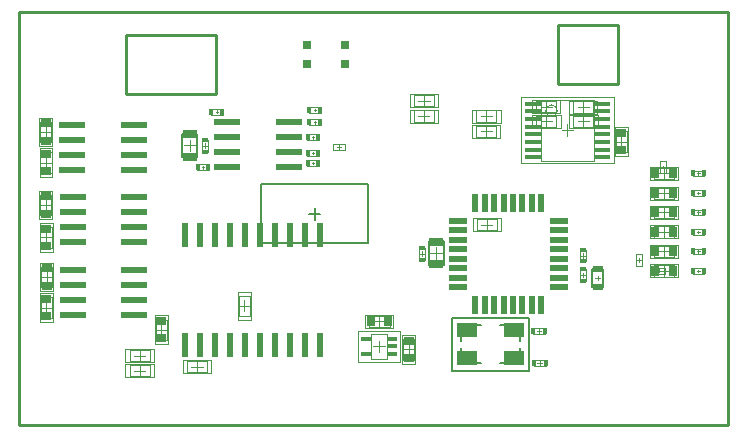
<source format=gtp>
G04*
G04 #@! TF.GenerationSoftware,Altium Limited,Altium Designer,18.0.12 (696)*
G04*
G04 Layer_Color=0*
%FSLAX44Y44*%
%MOMM*%
G71*
G01*
G75*
%ADD14C,0.2540*%
%ADD15C,0.2000*%
%ADD19C,0.1270*%
%ADD20C,0.1000*%
%ADD21C,0.0500*%
%ADD22R,1.3000X0.8000*%
%ADD23R,0.6000X0.4500*%
%ADD24R,0.4000X0.6000*%
%ADD25R,1.8000X1.2000*%
%ADD26R,2.2000X0.6000*%
%ADD27R,0.7000X0.9000*%
%ADD28R,1.5000X0.5500*%
%ADD29R,0.5500X1.5000*%
%ADD30R,0.9000X0.5000*%
%ADD31R,0.4500X0.6000*%
%ADD32R,0.9000X0.8000*%
%ADD33R,0.8000X0.9000*%
%ADD34R,0.9000X0.7000*%
%ADD35R,0.8500X0.4000*%
%ADD36R,1.4000X0.4500*%
%ADD37R,0.7000X0.7500*%
%ADD38R,0.6000X2.0000*%
G36*
X233180Y253840D02*
X222198D01*
Y258759D01*
X233180D01*
Y253840D01*
D02*
G37*
G36*
X182180D02*
X171085D01*
Y258806D01*
X182180D01*
Y253840D01*
D02*
G37*
G36*
X101704Y251804D02*
X90722D01*
Y256723D01*
X101704D01*
Y251804D01*
D02*
G37*
G36*
X50704D02*
X39609D01*
Y256770D01*
X50704D01*
Y251804D01*
D02*
G37*
G36*
X233180Y241140D02*
X222216D01*
Y246056D01*
X233180D01*
Y241140D01*
D02*
G37*
G36*
X182180D02*
X171096D01*
Y246064D01*
X182180D01*
Y241140D01*
D02*
G37*
G36*
X101704Y239104D02*
X90740D01*
Y244020D01*
X101704D01*
Y239104D01*
D02*
G37*
G36*
X50704D02*
X39620D01*
Y244028D01*
X50704D01*
Y239104D01*
D02*
G37*
G36*
X233180Y228440D02*
X222227D01*
Y233331D01*
X233180D01*
Y228440D01*
D02*
G37*
G36*
X182180D02*
X171150D01*
Y233336D01*
X182180D01*
Y228440D01*
D02*
G37*
G36*
X101704Y226404D02*
X90751D01*
Y231295D01*
X101704D01*
Y226404D01*
D02*
G37*
G36*
X50704D02*
X39674D01*
Y231300D01*
X50704D01*
Y226404D01*
D02*
G37*
G36*
X233180Y215740D02*
X222219D01*
Y220607D01*
X233180D01*
Y215740D01*
D02*
G37*
G36*
X182180D02*
X171150D01*
Y220624D01*
X182180D01*
Y215740D01*
D02*
G37*
G36*
X101704Y213704D02*
X90743D01*
Y218571D01*
X101704D01*
Y213704D01*
D02*
G37*
G36*
X50704D02*
X39674D01*
Y218588D01*
X50704D01*
Y213704D01*
D02*
G37*
G36*
X102212Y190336D02*
X91230D01*
Y195255D01*
X102212D01*
Y190336D01*
D02*
G37*
G36*
X51212D02*
X40117D01*
Y195302D01*
X51212D01*
Y190336D01*
D02*
G37*
G36*
X102212Y177636D02*
X91248D01*
Y182552D01*
X102212D01*
Y177636D01*
D02*
G37*
G36*
X51212D02*
X40128D01*
Y182560D01*
X51212D01*
Y177636D01*
D02*
G37*
G36*
X102212Y164936D02*
X91259D01*
Y169827D01*
X102212D01*
Y164936D01*
D02*
G37*
G36*
X51212D02*
X40182D01*
Y169832D01*
X51212D01*
Y164936D01*
D02*
G37*
G36*
X102212Y152236D02*
X91251D01*
Y157103D01*
X102212D01*
Y152236D01*
D02*
G37*
G36*
X51212D02*
X40182D01*
Y157120D01*
X51212D01*
Y152236D01*
D02*
G37*
G36*
X102356Y129204D02*
X91374D01*
Y134123D01*
X102356D01*
Y129204D01*
D02*
G37*
G36*
X51356D02*
X40261D01*
Y134170D01*
X51356D01*
Y129204D01*
D02*
G37*
G36*
X102356Y116504D02*
X91392D01*
Y121420D01*
X102356D01*
Y116504D01*
D02*
G37*
G36*
X51356D02*
X40272D01*
Y121428D01*
X51356D01*
Y116504D01*
D02*
G37*
G36*
X102356Y103804D02*
X91403D01*
Y108695D01*
X102356D01*
Y103804D01*
D02*
G37*
G36*
X51356D02*
X40326D01*
Y108700D01*
X51356D01*
Y103804D01*
D02*
G37*
G36*
X102356Y91104D02*
X91395D01*
Y95971D01*
X102356D01*
Y91104D01*
D02*
G37*
G36*
X51356D02*
X40326D01*
Y95988D01*
X51356D01*
Y91104D01*
D02*
G37*
D14*
X166190Y280468D02*
Y330252D01*
X89990D02*
X166190D01*
X89990Y280468D02*
Y330252D01*
Y280468D02*
X166190D01*
X455930Y338836D02*
X506730D01*
Y289052D02*
Y338836D01*
X455930Y289052D02*
X506730D01*
X455930D02*
Y338836D01*
X0Y0D02*
X600000D01*
X0D02*
Y350000D01*
X600000D01*
Y0D02*
Y350000D01*
D15*
X346810Y135796D02*
X359310D01*
Y155796D01*
X346810D02*
X359310D01*
X346810Y135796D02*
Y155796D01*
X205000Y153900D02*
X225000D01*
X205000D02*
Y203900D01*
X295000D01*
Y153900D02*
Y203900D01*
X225000Y153900D02*
X295000D01*
X150522Y226728D02*
Y246728D01*
X138022Y226728D02*
X150522D01*
X138022D02*
Y246728D01*
X150522D01*
X485307Y116710D02*
X493807D01*
Y132210D01*
X485307D02*
X493807D01*
X485307Y116710D02*
Y132210D01*
X250000Y173900D02*
Y183900D01*
Y178900D02*
Y183900D01*
X245000Y178900D02*
X250000D01*
X245000D02*
X255000D01*
D19*
X423780Y55580D02*
G03*
X420780Y52580I0J-3000D01*
G01*
X376780D02*
G03*
X373780Y55580I-3000J0D01*
G01*
X420780Y84580D02*
G03*
X423780Y81580I3000J0D01*
G01*
X373780D02*
G03*
X376780Y84580I0J3000D01*
G01*
X366280Y46080D02*
Y91080D01*
X431280D01*
Y46080D02*
Y91080D01*
X366280Y46080D02*
X431280D01*
X423780Y55580D02*
Y65580D01*
X406780Y52580D02*
X420780D01*
X376780D02*
X390780D01*
X373780Y55580D02*
Y65580D01*
X423780Y71580D02*
Y81580D01*
X406780Y84580D02*
X420780D01*
X376780D02*
X390780D01*
X373780Y71580D02*
Y81580D01*
D20*
X455602Y266004D02*
G03*
X455602Y266004I-5000J0D01*
G01*
X338368Y140034D02*
X343368D01*
Y150034D01*
X338368D02*
X343368D01*
X338368Y140034D02*
Y150034D01*
X265764Y237958D02*
X275764D01*
X265764Y232958D02*
Y237958D01*
Y232958D02*
X275764D01*
Y237958D01*
X141618Y44780D02*
Y54280D01*
X159118Y44780D02*
Y54280D01*
X141618Y44780D02*
X159118D01*
X141618Y54280D02*
X159118D01*
X185750Y92518D02*
X195250D01*
X185750Y109518D02*
X195250D01*
Y92518D02*
Y109518D01*
X185750Y92518D02*
Y109518D01*
X522010Y134700D02*
X527010D01*
X522010D02*
Y144700D01*
X527010D01*
Y134700D02*
Y144700D01*
X536274Y128310D02*
Y133310D01*
X546274D01*
Y128310D02*
Y133310D01*
X536274Y128310D02*
X546274D01*
X542850Y213440D02*
X547850D01*
X542850D02*
Y223440D01*
X547850D01*
Y213440D02*
Y223440D01*
X387232Y164749D02*
Y174249D01*
X404232Y164749D02*
Y174249D01*
X387232Y164749D02*
X404232D01*
X387232Y174249D02*
X404232D01*
X245190Y264200D02*
Y269200D01*
Y264200D02*
X255190D01*
Y269200D01*
X245190D02*
X255190D01*
Y253790D02*
Y258790D01*
X245190D02*
X255190D01*
X245190Y253790D02*
Y258790D01*
Y253790D02*
X255190D01*
X253666Y241086D02*
Y246086D01*
X243666D02*
X253666D01*
X243666Y241086D02*
Y246086D01*
Y241086D02*
X253666D01*
Y227878D02*
Y232878D01*
X243666D02*
X253666D01*
X243666Y227878D02*
Y232878D01*
Y227878D02*
X253666D01*
X243666Y219496D02*
Y224496D01*
Y219496D02*
X253666D01*
Y224496D01*
X243666D02*
X253666D01*
X159868Y231474D02*
Y241474D01*
X154868Y231474D02*
X159868D01*
X154868D02*
Y241474D01*
X159868D01*
X150496Y215690D02*
X160496D01*
X150496D02*
Y220690D01*
X160496D01*
Y215690D02*
Y220690D01*
X162132Y267930D02*
X172132D01*
Y262930D02*
Y267930D01*
X162132Y262930D02*
X172132D01*
X162132D02*
Y267930D01*
X569980Y166000D02*
X579980D01*
Y161000D02*
Y166000D01*
X569980Y161000D02*
X579980D01*
X569980D02*
Y166000D01*
Y149490D02*
X579980D01*
Y144490D02*
Y149490D01*
X569980Y144490D02*
X579980D01*
X569980D02*
Y149490D01*
Y132980D02*
X579980D01*
Y127980D02*
Y132980D01*
X569980Y127980D02*
X579980D01*
X569980D02*
Y132980D01*
Y215530D02*
X579980D01*
Y210530D02*
Y215530D01*
X569980Y210530D02*
X579980D01*
X569980D02*
Y215530D01*
Y198870D02*
X579980D01*
Y193870D02*
Y198870D01*
X569980Y193870D02*
X579980D01*
X569980D02*
Y198870D01*
Y182510D02*
X579980D01*
Y177510D02*
Y182510D01*
X569980Y177510D02*
X579980D01*
X569980D02*
Y182510D01*
X537150Y168250D02*
X554150D01*
X537150Y158750D02*
X554150D01*
X537150D02*
Y168250D01*
X554150Y158750D02*
Y168250D01*
X537150Y151740D02*
X554150D01*
X537150Y142240D02*
X554150D01*
X537150D02*
Y151740D01*
X554150Y142240D02*
Y151740D01*
X537150Y135230D02*
X554150D01*
X537150Y125730D02*
X554150D01*
X537150D02*
Y135230D01*
X554150Y125730D02*
Y135230D01*
X537150Y217780D02*
X554150D01*
X537150Y208280D02*
X554150D01*
X537150D02*
Y217780D01*
X554150Y208280D02*
Y217780D01*
X537150Y201120D02*
X554150D01*
X537150Y191620D02*
X554150D01*
X537150D02*
Y201120D01*
X554150Y191620D02*
Y201120D01*
X537150Y184760D02*
X554150D01*
X537150Y175260D02*
X554150D01*
X537150D02*
Y184760D01*
X554150Y175260D02*
Y184760D01*
X475020Y122000D02*
Y132000D01*
X480020D01*
Y122000D02*
Y132000D01*
X475020Y122000D02*
X480020D01*
X474436Y138510D02*
Y148510D01*
X479436D01*
Y138510D02*
Y148510D01*
X474436Y138510D02*
X479436D01*
X434968Y77510D02*
X444968D01*
X434968D02*
Y82510D01*
X444968D01*
Y77510D02*
Y82510D01*
X435690Y50284D02*
X445690D01*
X435690D02*
Y55284D01*
X445690D01*
Y50284D02*
Y55284D01*
X468871Y273990D02*
X485872D01*
X468871Y264490D02*
X485872D01*
Y273990D01*
X468871Y264490D02*
Y273990D01*
X437646Y274244D02*
X454646D01*
X437646Y264744D02*
X454646D01*
Y274244D01*
X437646Y264744D02*
Y274244D01*
X437724Y261939D02*
X454724D01*
X437724Y252439D02*
X454724D01*
Y261939D01*
X437724Y252439D02*
Y261939D01*
X486063Y252298D02*
Y261798D01*
X469063Y252298D02*
Y261798D01*
X486063D01*
X469063Y252298D02*
X486063D01*
X386978Y266370D02*
X403978D01*
X386978Y256870D02*
X403978D01*
Y266370D01*
X386978Y256870D02*
Y266370D01*
X386822Y253550D02*
X403822D01*
X386822Y244050D02*
X403822D01*
Y253550D01*
X386822Y244050D02*
Y253550D01*
X334146Y269824D02*
X351146D01*
X334146Y279324D02*
X351146D01*
X334146Y269824D02*
Y279324D01*
X351146Y269824D02*
Y279324D01*
X333892Y256870D02*
X350892D01*
X333892Y266370D02*
X350892D01*
X333892Y256870D02*
Y266370D01*
X350892Y256870D02*
Y266370D01*
X17856Y213446D02*
Y230946D01*
X27356Y213446D02*
Y230946D01*
X17856Y213446D02*
X27356D01*
X17856Y230946D02*
X27356D01*
X296050Y92634D02*
X313550D01*
X296050Y83134D02*
X313550D01*
X296050D02*
Y92634D01*
X313550Y83134D02*
Y92634D01*
X324942Y55508D02*
Y72508D01*
X334442Y55508D02*
Y72508D01*
X324942Y55508D02*
X334442D01*
X324942Y72508D02*
X334442D01*
X311546Y55798D02*
Y77298D01*
X297546Y55798D02*
Y77298D01*
Y55798D02*
X311546D01*
X297546Y77298D02*
X311546D01*
X125146Y72367D02*
Y89367D01*
X115646Y72367D02*
Y89367D01*
X125146D01*
X115646Y72367D02*
X125146D01*
X514394Y231258D02*
Y248758D01*
X504893Y231258D02*
Y248758D01*
X514394D01*
X504893Y231258D02*
X514394D01*
X441602Y224004D02*
Y275004D01*
X486601Y224004D02*
Y275004D01*
X441602D02*
X486601D01*
X441602Y224004D02*
X486601D01*
X110354Y41462D02*
Y50962D01*
X93354Y41462D02*
Y50962D01*
X110354D01*
X93354Y41462D02*
X110354D01*
Y53924D02*
Y63424D01*
X93354Y53924D02*
Y63424D01*
X110354D01*
X93354Y53924D02*
X110354D01*
X18230Y108176D02*
X27730D01*
X18230Y90676D02*
X27730D01*
Y108176D01*
X18230Y90676D02*
Y108176D01*
X17900Y167714D02*
X27400D01*
X17900Y150214D02*
X27400D01*
Y167714D01*
X17900Y150214D02*
Y167714D01*
X17653Y256496D02*
X27153D01*
X17653Y239496D02*
X27153D01*
Y256496D01*
X17653Y239496D02*
Y256496D01*
X17448Y177629D02*
Y194629D01*
X26948Y177629D02*
Y194629D01*
X17448Y177629D02*
X26948D01*
X17448Y194629D02*
X26948D01*
X18409Y116976D02*
Y133976D01*
X27909Y116976D02*
Y133976D01*
X18409Y116976D02*
X27909D01*
X18409Y133976D02*
X27909D01*
X348060Y145796D02*
X358060D01*
X353060Y140796D02*
Y150796D01*
X340868Y143034D02*
Y147034D01*
X338868Y145034D02*
X342868D01*
X270764Y233458D02*
Y237458D01*
X268764Y235458D02*
X272764D01*
X138368Y44030D02*
Y55030D01*
X162368Y44030D02*
Y55030D01*
X138368Y44030D02*
X162368D01*
X138368Y55030D02*
X162368D01*
X145618Y49530D02*
X155118D01*
X150368Y44780D02*
Y54280D01*
X185000Y89018D02*
X196000D01*
X185000Y113018D02*
X196000D01*
Y89018D02*
Y113018D01*
X185000Y89018D02*
Y113018D01*
X190500Y96268D02*
Y105768D01*
X185750Y101018D02*
X195250D01*
X524510Y137700D02*
Y141700D01*
X522510Y139700D02*
X526510D01*
X383732Y163999D02*
Y174999D01*
X407732Y163999D02*
Y174999D01*
X383732Y163999D02*
X407732D01*
X383732Y174999D02*
X407732D01*
X390982Y169499D02*
X400482D01*
X395732Y164749D02*
Y174249D01*
X155368Y236474D02*
X159368D01*
X157368Y234474D02*
Y238474D01*
X144272Y231728D02*
Y241728D01*
X139272Y236728D02*
X149272D01*
X545650Y158750D02*
Y168250D01*
X540900Y163500D02*
X550400D01*
X533650Y169000D02*
X557650D01*
X533650Y158000D02*
X557650D01*
X533650D02*
Y169000D01*
X557650Y158000D02*
Y169000D01*
X545650Y142240D02*
Y151740D01*
X540900Y146990D02*
X550400D01*
X533650Y152490D02*
X557650D01*
X533650Y141490D02*
X557650D01*
X533650D02*
Y152490D01*
X557650Y141490D02*
Y152490D01*
X545650Y125730D02*
Y135230D01*
X540900Y130480D02*
X550400D01*
X533650Y135980D02*
X557650D01*
X533650Y124980D02*
X557650D01*
X533650D02*
Y135980D01*
X557650Y124980D02*
Y135980D01*
X545650Y208280D02*
Y217780D01*
X540900Y213030D02*
X550400D01*
X533650Y218530D02*
X557650D01*
X533650Y207530D02*
X557650D01*
X533650D02*
Y218530D01*
X557650Y207530D02*
Y218530D01*
X545650Y191620D02*
Y201120D01*
X540900Y196370D02*
X550400D01*
X533650Y201870D02*
X557650D01*
X533650Y190870D02*
X557650D01*
X533650D02*
Y201870D01*
X557650Y190870D02*
Y201870D01*
X545650Y175260D02*
Y184760D01*
X540900Y180010D02*
X550400D01*
X533650Y185510D02*
X557650D01*
X533650Y174510D02*
X557650D01*
X533650D02*
Y185510D01*
X557650Y174510D02*
Y185510D01*
X489557Y122460D02*
Y126460D01*
X487557Y124460D02*
X491557D01*
X475520Y127000D02*
X479520D01*
X477520Y125000D02*
Y129000D01*
X474936Y143510D02*
X478936D01*
X476936Y141510D02*
Y145510D01*
X439968Y78010D02*
Y82010D01*
X437968Y80010D02*
X441968D01*
X440690Y50784D02*
Y54784D01*
X438690Y52784D02*
X442690D01*
X477371Y264490D02*
Y273990D01*
X472621Y269240D02*
X482122D01*
X465372Y274740D02*
X489371D01*
X465372Y263740D02*
X489371D01*
Y274740D01*
X465372Y263740D02*
Y274740D01*
X446147Y264744D02*
Y274244D01*
X441397Y269494D02*
X450896D01*
X434147Y274994D02*
X458147D01*
X434147Y263994D02*
X458147D01*
Y274994D01*
X434147Y263994D02*
Y274994D01*
X446224Y252439D02*
Y261939D01*
X441474Y257189D02*
X450974D01*
X434224Y262689D02*
X458224D01*
X434224Y251689D02*
X458224D01*
Y262689D01*
X434224Y251689D02*
Y262689D01*
X489563Y251548D02*
Y262548D01*
X465564Y251548D02*
Y262548D01*
X489563D01*
X465564Y251548D02*
X489563D01*
X472813Y257048D02*
X482313D01*
X477564Y252298D02*
Y261798D01*
X395478Y256870D02*
Y266370D01*
X390728Y261620D02*
X400228D01*
X383478Y267120D02*
X407478D01*
X383478Y256120D02*
X407478D01*
Y267120D01*
X383478Y256120D02*
Y267120D01*
X395322Y244050D02*
Y253550D01*
X390572Y248800D02*
X400072D01*
X383322Y254300D02*
X407322D01*
X383322Y243300D02*
X407322D01*
Y254300D01*
X383322Y243300D02*
Y254300D01*
X342646Y269824D02*
Y279324D01*
X337896Y274574D02*
X347396D01*
X330646Y269074D02*
X354646D01*
X330646Y280074D02*
X354646D01*
X330646Y269074D02*
Y280074D01*
X354646Y269074D02*
Y280074D01*
X342392Y256870D02*
Y266370D01*
X337642Y261620D02*
X347142D01*
X330392Y256120D02*
X354392D01*
X330392Y267120D02*
X354392D01*
X330392Y256120D02*
Y267120D01*
X354392Y256120D02*
Y267120D01*
X17856Y222196D02*
X27356D01*
X22606Y217446D02*
Y226946D01*
X17106Y210196D02*
Y234196D01*
X28106Y210196D02*
Y234196D01*
X17106Y210196D02*
X28106D01*
X17106Y234196D02*
X28106D01*
X304800Y83134D02*
Y92634D01*
X300050Y87884D02*
X309550D01*
X292800Y93384D02*
X316800D01*
X292800Y82384D02*
X316800D01*
X292800D02*
Y93384D01*
X316800Y82384D02*
Y93384D01*
X324942Y64008D02*
X334442D01*
X329692Y59258D02*
Y68758D01*
X324192Y52008D02*
Y76008D01*
X335192Y52008D02*
Y76008D01*
X324192Y52008D02*
X335192D01*
X324192Y76008D02*
X335192D01*
X299546Y66548D02*
X309546D01*
X304546Y61548D02*
Y71548D01*
X115646Y80867D02*
X125146D01*
X120396Y76117D02*
Y85617D01*
X125896Y68867D02*
Y92867D01*
X114896Y68867D02*
Y92867D01*
X125896D01*
X114896Y68867D02*
X125896D01*
X504893Y240008D02*
X514394D01*
X509644Y235258D02*
Y244758D01*
X515144Y228008D02*
Y252008D01*
X504143Y228008D02*
Y252008D01*
X515144D01*
X504143Y228008D02*
X515144D01*
X459101Y249504D02*
X469102D01*
X464101Y244504D02*
Y254504D01*
X113854Y40712D02*
Y51712D01*
X89854Y40712D02*
Y51712D01*
X113854D01*
X89854Y40712D02*
X113854D01*
X97104Y46212D02*
X106604D01*
X101854Y41462D02*
Y50962D01*
X113854Y53174D02*
Y64174D01*
X89854Y53174D02*
Y64174D01*
X113854D01*
X89854Y53174D02*
X113854D01*
X97104Y58674D02*
X106604D01*
X101854Y53924D02*
Y63424D01*
X17480Y111426D02*
X28480D01*
X17480Y87426D02*
X28480D01*
Y111426D01*
X17480Y87426D02*
Y111426D01*
X22980Y94676D02*
Y104176D01*
X18230Y99426D02*
X27730D01*
X17150Y170964D02*
X28150D01*
X17150Y146964D02*
X28150D01*
Y170964D01*
X17150Y146964D02*
Y170964D01*
X22650Y154214D02*
Y163714D01*
X17900Y158964D02*
X27400D01*
X16903Y259996D02*
X27903D01*
X16903Y235996D02*
X27903D01*
Y259996D01*
X16903Y235996D02*
Y259996D01*
X22403Y243246D02*
Y252746D01*
X17653Y247996D02*
X27153D01*
X17448Y186129D02*
X26948D01*
X22198Y181379D02*
Y190879D01*
X16698Y174129D02*
Y198129D01*
X27698Y174129D02*
Y198129D01*
X16698Y174129D02*
X27698D01*
X16698Y198129D02*
X27698D01*
X18409Y125476D02*
X27909D01*
X23159Y120726D02*
Y130226D01*
X17659Y113476D02*
Y137476D01*
X28659Y113476D02*
Y137476D01*
X17659Y113476D02*
X28659D01*
X17659Y137476D02*
X28659D01*
D21*
X540274Y130810D02*
X542274D01*
X541274Y129810D02*
Y131810D01*
X545350Y217440D02*
Y219440D01*
X544350Y218440D02*
X546350D01*
X249190Y266700D02*
X251190D01*
X250190Y265700D02*
Y267700D01*
X249190Y256290D02*
X251190D01*
X250190Y255290D02*
Y257290D01*
X247666Y243586D02*
X249666D01*
X248666Y242586D02*
Y244586D01*
X247666Y230378D02*
X249666D01*
X248666Y229378D02*
Y231378D01*
X247666Y221996D02*
X249666D01*
X248666Y220996D02*
Y222996D01*
X155496Y217190D02*
Y219190D01*
X154496Y218190D02*
X156496D01*
X167132Y264430D02*
Y266430D01*
X166132Y265430D02*
X168132D01*
X574980Y162500D02*
Y164500D01*
X573980Y163500D02*
X575980D01*
X574980Y145990D02*
Y147990D01*
X573980Y146990D02*
X575980D01*
X574980Y129480D02*
Y131480D01*
X573980Y130480D02*
X575980D01*
X574980Y212030D02*
Y214030D01*
X573980Y213030D02*
X575980D01*
X574980Y195370D02*
Y197370D01*
X573980Y196370D02*
X575980D01*
X574980Y179010D02*
Y181010D01*
X573980Y180010D02*
X575980D01*
X322546Y53048D02*
Y80048D01*
X286546Y53048D02*
Y80048D01*
Y53048D02*
X322546D01*
X286546Y80048D02*
X322546D01*
X425102Y221504D02*
Y277504D01*
X503102Y221504D02*
Y277504D01*
X425102D02*
X503102D01*
X425102Y221504D02*
X503102D01*
D22*
X353060Y155296D02*
D03*
Y136296D02*
D03*
X144272Y246228D02*
D03*
Y227228D02*
D03*
D23*
X340868Y150034D02*
D03*
Y140034D02*
D03*
X157368Y241474D02*
D03*
Y231474D02*
D03*
X477520Y122000D02*
D03*
Y132000D02*
D03*
X476936Y138510D02*
D03*
Y148510D02*
D03*
D24*
X245690Y266700D02*
D03*
X254690D02*
D03*
Y256290D02*
D03*
X245690D02*
D03*
X253166Y243586D02*
D03*
X244166D02*
D03*
X253166Y230378D02*
D03*
X244166D02*
D03*
Y221996D02*
D03*
X253166D02*
D03*
X150996Y218190D02*
D03*
X159996D02*
D03*
X171632Y265430D02*
D03*
X162632D02*
D03*
X579480Y163500D02*
D03*
X570480D02*
D03*
X579480Y146990D02*
D03*
X570480D02*
D03*
X579480Y130480D02*
D03*
X570480D02*
D03*
X579480Y213030D02*
D03*
X570480D02*
D03*
X579480Y196370D02*
D03*
X570480D02*
D03*
X579480Y180010D02*
D03*
X570480D02*
D03*
D25*
X378780Y56580D02*
D03*
X418780D02*
D03*
Y80580D02*
D03*
X378780D02*
D03*
D26*
X228180Y218190D02*
D03*
Y230890D02*
D03*
Y256290D02*
D03*
X176180Y218190D02*
D03*
Y230890D02*
D03*
Y256290D02*
D03*
X228180Y243590D02*
D03*
X176180D02*
D03*
X45356Y118954D02*
D03*
X97356D02*
D03*
X45356Y131654D02*
D03*
Y106254D02*
D03*
Y93554D02*
D03*
X97356Y131654D02*
D03*
Y106254D02*
D03*
Y93554D02*
D03*
X97212Y154686D02*
D03*
Y167386D02*
D03*
Y192786D02*
D03*
X45212Y154686D02*
D03*
Y167386D02*
D03*
Y192786D02*
D03*
X97212Y180086D02*
D03*
X45212D02*
D03*
X96704Y216154D02*
D03*
Y228854D02*
D03*
Y254254D02*
D03*
X44704Y216154D02*
D03*
Y228854D02*
D03*
Y254254D02*
D03*
X96704Y241554D02*
D03*
X44704D02*
D03*
D27*
X538150Y163500D02*
D03*
X553150D02*
D03*
X538150Y146990D02*
D03*
X553150D02*
D03*
X538150Y130480D02*
D03*
X553150D02*
D03*
X538150Y213030D02*
D03*
X553150D02*
D03*
X538150Y196370D02*
D03*
X553150D02*
D03*
X538150Y180010D02*
D03*
X553150D02*
D03*
D28*
X371020Y172780D02*
D03*
Y164780D02*
D03*
Y156780D02*
D03*
Y148780D02*
D03*
Y140780D02*
D03*
Y132780D02*
D03*
Y124780D02*
D03*
Y116780D02*
D03*
X457020D02*
D03*
Y124780D02*
D03*
Y132780D02*
D03*
Y140780D02*
D03*
Y148780D02*
D03*
Y156780D02*
D03*
Y164780D02*
D03*
Y172780D02*
D03*
D29*
X386020Y101780D02*
D03*
X394020D02*
D03*
X402020D02*
D03*
X410020D02*
D03*
X418020D02*
D03*
X426020D02*
D03*
X434020D02*
D03*
X442020D02*
D03*
Y187780D02*
D03*
X434020D02*
D03*
X426020D02*
D03*
X418020D02*
D03*
X410020D02*
D03*
X402020D02*
D03*
X394020D02*
D03*
X386020D02*
D03*
D30*
X489557Y131960D02*
D03*
Y116960D02*
D03*
D31*
X444968Y80010D02*
D03*
X434968D02*
D03*
X445690Y52784D02*
D03*
X435690D02*
D03*
D32*
X22606Y215196D02*
D03*
Y229196D02*
D03*
X509644Y247008D02*
D03*
Y233008D02*
D03*
X22980Y106426D02*
D03*
Y92426D02*
D03*
X22650Y165964D02*
D03*
Y151964D02*
D03*
D33*
X297800Y87884D02*
D03*
X311800D02*
D03*
D34*
X329692Y56508D02*
D03*
Y71508D02*
D03*
X120396Y88367D02*
D03*
Y73367D02*
D03*
X22403Y255496D02*
D03*
Y240496D02*
D03*
X22198Y178629D02*
D03*
Y193629D02*
D03*
X23159Y117976D02*
D03*
Y132976D02*
D03*
D35*
X315796Y60048D02*
D03*
Y66548D02*
D03*
Y73048D02*
D03*
X293296D02*
D03*
Y60048D02*
D03*
D36*
X434602Y272254D02*
D03*
Y265754D02*
D03*
Y259254D02*
D03*
Y252754D02*
D03*
Y246254D02*
D03*
Y239754D02*
D03*
Y233254D02*
D03*
Y226754D02*
D03*
X493602Y272254D02*
D03*
Y265754D02*
D03*
Y259254D02*
D03*
Y252754D02*
D03*
Y246254D02*
D03*
Y239754D02*
D03*
Y233254D02*
D03*
Y226754D02*
D03*
D37*
X275842Y305560D02*
D03*
X243842D02*
D03*
Y322060D02*
D03*
X275842D02*
D03*
D38*
X140208Y67818D02*
D03*
X152908D02*
D03*
X165608D02*
D03*
X178308D02*
D03*
X191008D02*
D03*
X203708D02*
D03*
X216408D02*
D03*
X229108D02*
D03*
X241808D02*
D03*
X254508D02*
D03*
Y160818D02*
D03*
X241808D02*
D03*
X229108D02*
D03*
X216408D02*
D03*
X203708D02*
D03*
X191008D02*
D03*
X178308D02*
D03*
X165608D02*
D03*
X152908D02*
D03*
X140208D02*
D03*
M02*

</source>
